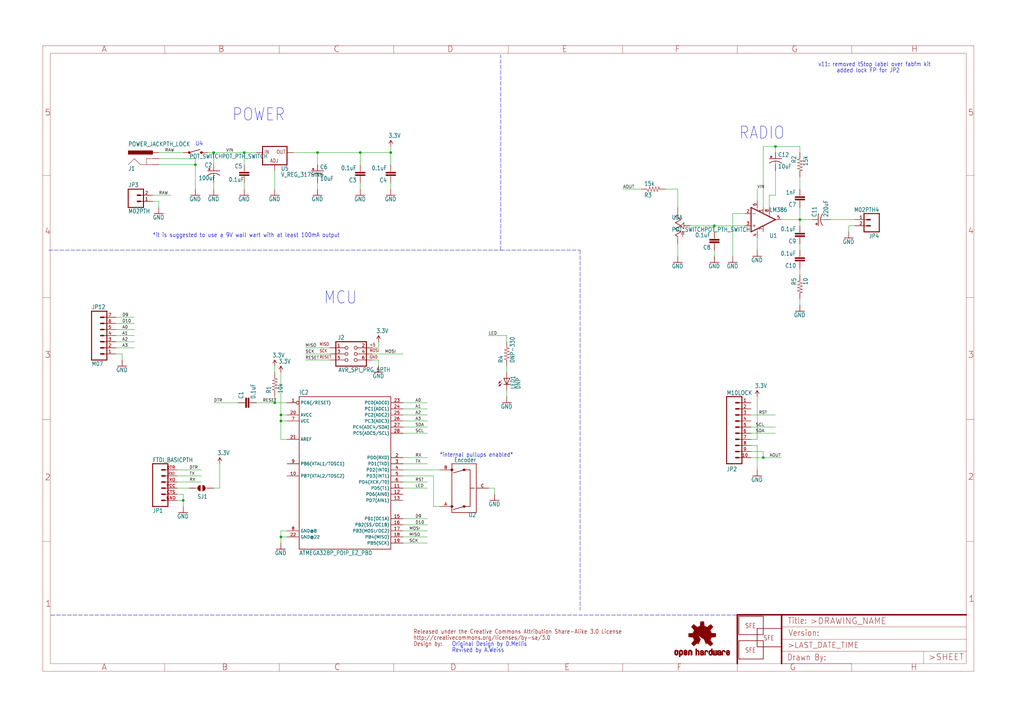
<source format=kicad_sch>
(kicad_sch (version 20211123) (generator eeschema)
  (paper "User" 425.958 300.025)
  (lib_symbols
    (symbol "schematicEagle-eagle-import:3.3V" (power)
      (property "Value" "3.3V" (at -1.016 3.556 0))
      (symbol "3.3V_1_0"
        (pin power_in line (at 0 0 90) (length 2.54) (name "3.3V") (number "1"))
      )
    )
    (symbol "schematicEagle-eagle-import:ATMEGA328P_PDIP_EZ_PB0"
      (property "Reference" "U" (at -17.78 31.242 0))
      (property "Value" "ATMEGA328P_PDIP_EZ_PB0" (at -17.78 -35.56 0))
      (symbol "ATMEGA328P_PDIP_EZ_PB0_1_0"
        (pin bidirectional inverted (at -22.86 27.94 0) (length 5.08) (name "PC6(/RESET)") (number "1"))
        (pin bidirectional line (at -22.86 -2.54 0) (length 5.08) (name "PB7(XTAL2/TOSC2)") (number "10"))
        (pin bidirectional line (at 25.4 -7.62 180) (length 5.08) (name "PD5(T1)") (number "11"))
        (pin bidirectional line (at 25.4 -10.16 180) (length 5.08) (name "PD6(AIN0)") (number "12"))
        (pin bidirectional line (at 25.4 -12.7 180) (length 5.08) (name "PD7(AIN1)") (number "13"))
        (pin bidirectional line (at 25.4 -20.32 180) (length 5.08) (name "PB1(OC1A)") (number "15"))
        (pin bidirectional line (at 25.4 -22.86 180) (length 5.08) (name "PB2(SS/OC1B)") (number "16"))
        (pin bidirectional line (at 25.4 -25.4 180) (length 5.08) (name "PB3(MOSI/OC2)") (number "17"))
        (pin bidirectional line (at 25.4 -27.94 180) (length 5.08) (name "PB4(MISO)") (number "18"))
        (pin bidirectional line (at 25.4 -30.48 180) (length 5.08) (name "PB5(SCK)") (number "19"))
        (pin bidirectional line (at 25.4 5.08 180) (length 5.08) (name "PD0(RXD)") (number "2"))
        (pin bidirectional line (at -22.86 22.86 0) (length 5.08) (name "AVCC") (number "20"))
        (pin bidirectional line (at -22.86 12.7 0) (length 5.08) (name "AREF") (number "21"))
        (pin bidirectional line (at -22.86 -27.94 0) (length 5.08) (name "GND@22") (number "22"))
        (pin bidirectional line (at 25.4 27.94 180) (length 5.08) (name "PC0(ADC0)") (number "23"))
        (pin bidirectional line (at 25.4 25.4 180) (length 5.08) (name "PC1(ADC1)") (number "24"))
        (pin bidirectional line (at 25.4 22.86 180) (length 5.08) (name "PC2(ADC2)") (number "25"))
        (pin bidirectional line (at 25.4 20.32 180) (length 5.08) (name "PC3(ADC3)") (number "26"))
        (pin bidirectional line (at 25.4 17.78 180) (length 5.08) (name "PC4(ADC4/SDA)") (number "27"))
        (pin bidirectional line (at 25.4 15.24 180) (length 5.08) (name "PC5(ADC5/SCL)") (number "28"))
        (pin bidirectional line (at 25.4 2.54 180) (length 5.08) (name "PD1(TXD)") (number "3"))
        (pin bidirectional line (at 25.4 0 180) (length 5.08) (name "PD2(INT0)") (number "4"))
        (pin bidirectional line (at 25.4 -2.54 180) (length 5.08) (name "PD3(INT1)") (number "5"))
        (pin bidirectional line (at 25.4 -5.08 180) (length 5.08) (name "PD4(XCK/T0)") (number "6"))
        (pin bidirectional line (at -22.86 20.32 0) (length 5.08) (name "VCC") (number "7"))
        (pin bidirectional line (at -22.86 -25.4 0) (length 5.08) (name "GND@8") (number "8"))
        (pin bidirectional line (at -22.86 2.54 0) (length 5.08) (name "PB6(XTAL1/TOSC1)") (number "9"))
      )
    )
    (symbol "schematicEagle-eagle-import:AVR_SPI_PRG_6PTH"
      (property "Reference" "J" (at -4.318 5.842 0))
      (property "Value" "AVR_SPI_PRG_6PTH" (at -4.064 -7.62 0))
      (symbol "AVR_SPI_PRG_6PTH_1_0"
        (text "+5" (at 8.89 3.048 0) (effects (font (size 1.27 1.0795)) (justify left bottom)))
        (text "GND" (at 8.89 -2.032 0) (effects (font (size 1.27 1.0795)) (justify left bottom)))
        (text "MISO" (at -11.938 3.302 0) (effects (font (size 1.27 1.0795)) (justify left bottom)))
        (text "MOSI" (at 8.89 0.635 0) (effects (font (size 1.27 1.0795)) (justify left bottom)))
        (text "RESET" (at -11.938 -2.032 0) (effects (font (size 1.27 1.0795)) (justify left bottom)))
        (text "SCK" (at -11.938 0.508 0) (effects (font (size 1.27 1.0795)) (justify left bottom)))
        (pin passive inverted (at -7.62 2.54 0) (length 7.62) (name "1") (number "1"))
        (pin passive inverted (at 10.16 2.54 180) (length 7.62) (name "2") (number "2"))
        (pin passive inverted (at -7.62 0 0) (length 7.62) (name "3") (number "3"))
        (pin passive inverted (at 10.16 0 180) (length 7.62) (name "4") (number "4"))
        (pin passive inverted (at -7.62 -2.54 0) (length 7.62) (name "5") (number "5"))
        (pin passive inverted (at 10.16 -2.54 180) (length 7.62) (name "6") (number "6"))
      )
    )
    (symbol "schematicEagle-eagle-import:CAPKIT"
      (property "Reference" "C" (at 1.524 2.921 0))
      (property "Value" "CAPKIT" (at 1.524 -2.159 0))
      (symbol "CAPKIT_1_0"
        (pin passive line (at 0 5.08 270) (length 2.54) (name "1") (number "1"))
        (pin passive line (at 0 -2.54 90) (length 2.54) (name "2") (number "2"))
      )
    )
    (symbol "schematicEagle-eagle-import:CAP_POLPTH1"
      (property "Reference" "C" (at 1.016 0.635 0))
      (property "Value" "CAP_POLPTH1" (at 1.016 -4.191 0))
      (symbol "CAP_POLPTH1_1_0"
        (pin passive line (at 0 2.54 270) (length 2.54) (name "+") (number "1"))
        (pin passive line (at 0 -5.08 90) (length 2.54) (name "-") (number "2"))
      )
    )
    (symbol "schematicEagle-eagle-import:CAP_POLPTH2"
      (property "Reference" "C" (at 1.016 0.635 0))
      (property "Value" "CAP_POLPTH2" (at 1.016 -4.191 0))
      (symbol "CAP_POLPTH2_1_0"
        (pin passive line (at 0 2.54 270) (length 2.54) (name "+") (number "1"))
        (pin passive line (at 0 -5.08 90) (length 2.54) (name "-") (number "2"))
      )
    )
    (symbol "schematicEagle-eagle-import:CREATIVE_COMMONS"
      (symbol "CREATIVE_COMMONS_1_0"
        (text "Design by:" (at 0 0 0) (effects (font (size 1.778 1.5113)) (justify left bottom)))
        (text "http://creativecommons.org/licenses/by-sa/3.0" (at 0 2.54 0) (effects (font (size 1.778 1.5113)) (justify left bottom)))
        (text "Released under the Creative Commons Attribution Share-Alike 3.0 License" (at 0 5.08 0) (effects (font (size 1.778 1.5113)) (justify left bottom)))
      )
    )
    (symbol "schematicEagle-eagle-import:ENCODER-QUADRATURE"
      (property "Reference" "U" (at -5.08 10.16 0))
      (property "Value" "ENCODER-QUADRATURE" (at -5.08 -12.7 0))
      (symbol "ENCODER-QUADRATURE_1_0"
        (pin bidirectional line (at 10.16 7.62 180) (length 5.08) (name "A") (number "A"))
        (pin bidirectional line (at 10.16 -7.62 180) (length 5.08) (name "B") (number "B"))
        (pin bidirectional line (at -10.16 0 0) (length 5.08) (name "C") (number "C"))
      )
    )
    (symbol "schematicEagle-eagle-import:FRAME-A3"
      (symbol "FRAME-A3_1_0"
        (text "1" (at 1.016 26.67 0) (effects (font (size 2.54 2.54)) (justify left bottom)))
        (text "1" (at 385.064 28.702 0) (effects (font (size 2.54 2.54)) (justify left bottom)))
        (text "2" (at 0.762 79.248 0) (effects (font (size 2.54 2.54)) (justify left bottom)))
        (text "2" (at 384.81 79.502 0) (effects (font (size 2.54 2.54)) (justify left bottom)))
        (text "3" (at 0.762 130.302 0) (effects (font (size 2.54 2.54)) (justify left bottom)))
        (text "3" (at 384.81 130.302 0) (effects (font (size 2.54 2.54)) (justify left bottom)))
        (text "4" (at 0.762 181.61 0) (effects (font (size 2.54 2.54)) (justify left bottom)))
        (text "4" (at 384.81 181.864 0) (effects (font (size 2.54 2.54)) (justify left bottom)))
        (text "5" (at 0.762 231.14 0) (effects (font (size 2.54 2.54)) (justify left bottom)))
        (text "5" (at 384.81 231.14 0) (effects (font (size 2.54 2.54)) (justify left bottom)))
        (text ">DRAWING_NAME" (at 319.151 19.431 0) (effects (font (size 2.54 2.54)) (justify left bottom)))
        (text ">LAST_DATE_TIME" (at 309.753 9.525 0) (effects (font (size 2.286 2.286)) (justify left bottom)))
        (text ">SHEET" (at 368.3 4.445 0) (effects (font (size 2.54 2.54)) (justify left bottom)))
        (text "A" (at 24.384 0.254 0) (effects (font (size 2.54 2.54)) (justify left bottom)))
        (text "A" (at 24.384 257.556 0) (effects (font (size 2.54 2.54)) (justify left bottom)))
        (text "B" (at 72.898 257.556 0) (effects (font (size 2.54 2.54)) (justify left bottom)))
        (text "B" (at 74.422 0.254 0) (effects (font (size 2.54 2.54)) (justify left bottom)))
        (text "C" (at 120.904 257.556 0) (effects (font (size 2.54 2.54)) (justify left bottom)))
        (text "C" (at 121.158 0.254 0) (effects (font (size 2.54 2.54)) (justify left bottom)))
        (text "D" (at 168.148 257.556 0) (effects (font (size 2.54 2.54)) (justify left bottom)))
        (text "D" (at 169.418 0.254 0) (effects (font (size 2.54 2.54)) (justify left bottom)))
        (text "Drawn By:" (at 309.626 4.318 0) (effects (font (size 2.54 2.159)) (justify left bottom)))
        (text "E" (at 215.9 257.556 0) (effects (font (size 2.54 2.54)) (justify left bottom)))
        (text "E" (at 216.916 0.254 0) (effects (font (size 2.54 2.54)) (justify left bottom)))
        (text "F" (at 262.89 257.556 0) (effects (font (size 2.54 2.54)) (justify left bottom)))
        (text "F" (at 263.652 0.254 0) (effects (font (size 2.54 2.54)) (justify left bottom)))
        (text "G" (at 310.642 0.254 0) (effects (font (size 2.54 2.54)) (justify left bottom)))
        (text "G" (at 311.404 257.556 0) (effects (font (size 2.54 2.54)) (justify left bottom)))
        (text "H" (at 360.934 0.254 0) (effects (font (size 2.54 2.54)) (justify left bottom)))
        (text "H" (at 361.188 257.556 0) (effects (font (size 2.54 2.54)) (justify left bottom)))
        (text "Title:" (at 309.88 19.558 0) (effects (font (size 2.54 2.159)) (justify left bottom)))
        (text "Version:" (at 310.134 14.478 0) (effects (font (size 2.54 2.159)) (justify left bottom)))
      )
    )
    (symbol "schematicEagle-eagle-import:FTDI_BASICPTH"
      (property "Reference" "JP" (at -5.08 10.922 0))
      (property "Value" "FTDI_BASICPTH" (at -5.08 -10.16 0))
      (symbol "FTDI_BASICPTH_1_0"
        (pin passive line (at 5.08 5.08 180) (length 5.08) (name "5") (number "CTS"))
        (pin passive line (at 5.08 -5.08 180) (length 5.08) (name "1") (number "DTR"))
        (pin passive line (at 5.08 7.62 180) (length 5.08) (name "6") (number "GND"))
        (pin passive line (at 5.08 -2.54 180) (length 5.08) (name "2") (number "RXI"))
        (pin passive line (at 5.08 0 180) (length 5.08) (name "3") (number "TXO"))
        (pin passive line (at 5.08 2.54 180) (length 5.08) (name "4") (number "VCC"))
      )
    )
    (symbol "schematicEagle-eagle-import:GND" (power)
      (property "Value" "GND" (at -2.54 -2.54 0))
      (symbol "GND_1_0"
        (pin power_in line (at 0 2.54 270) (length 2.54) (name "GND") (number "1"))
      )
    )
    (symbol "schematicEagle-eagle-import:LED3MM"
      (property "Reference" "LED" (at 3.556 -4.572 90))
      (property "Value" "LED3MM" (at 5.715 -4.572 90))
      (symbol "LED3MM_1_0"
        (pin passive line (at 0 2.54 270) (length 2.54) (name "A") (number "A"))
        (pin passive line (at 0 -5.08 90) (length 2.54) (name "C") (number "K"))
      )
    )
    (symbol "schematicEagle-eagle-import:LM386"
      (property "Reference" "U" (at 5.08 -5.715 0))
      (property "Value" "LM386" (at 5.08 5.08 0))
      (symbol "LM386_1_0"
        (pin bidirectional line (at 2.54 5.08 270) (length 2.54) (name "GAIN@1") (number "1"))
        (pin input line (at -5.08 2.54 0) (length 2.54) (name "-IN") (number "2"))
        (pin input line (at -5.08 -2.54 0) (length 2.54) (name "+IN") (number "3"))
        (pin power_in line (at 0 -7.62 90) (length 2.54) (name "V-") (number "4"))
        (pin output line (at 10.16 0 180) (length 2.54) (name "OUT") (number "5"))
        (pin power_in line (at 0 7.62 270) (length 2.54) (name "V+") (number "6"))
        (pin bidirectional line (at 2.54 -5.08 90) (length 2.54) (name "BP") (number "7"))
        (pin bidirectional line (at 5.08 5.08 270) (length 2.54) (name "GAIN@8") (number "8"))
      )
    )
    (symbol "schematicEagle-eagle-import:LOGO-SFENEW"
      (symbol "LOGO-SFENEW_1_0"
        (text "SFE" (at 0 0 0) (effects (font (size 1.9304 1.6408)) (justify left bottom)))
      )
    )
    (symbol "schematicEagle-eagle-import:LOGO-SFESK"
      (symbol "LOGO-SFESK_1_0"
        (text "SFE" (at 0 0 0) (effects (font (size 1.9304 1.6408)) (justify left bottom)))
      )
    )
    (symbol "schematicEagle-eagle-import:M02PTH"
      (property "Reference" "JP" (at -2.54 5.842 0))
      (property "Value" "M02PTH" (at -2.54 -5.08 0))
      (symbol "M02PTH_1_0"
        (pin passive line (at 7.62 0 180) (length 5.08) (name "1") (number "1"))
        (pin passive line (at 7.62 2.54 180) (length 5.08) (name "2") (number "2"))
      )
    )
    (symbol "schematicEagle-eagle-import:M02PTH4"
      (property "Reference" "JP" (at -2.54 5.842 0))
      (property "Value" "M02PTH4" (at -2.54 -5.08 0))
      (symbol "M02PTH4_1_0"
        (pin passive line (at 7.62 0 180) (length 5.08) (name "1") (number "1"))
        (pin passive line (at 7.62 2.54 180) (length 5.08) (name "2") (number "2"))
      )
    )
    (symbol "schematicEagle-eagle-import:M07"
      (property "Reference" "JP" (at -5.08 13.462 0))
      (property "Value" "M07" (at -5.08 -10.16 0))
      (symbol "M07_1_0"
        (pin passive line (at 5.08 -5.08 180) (length 5.08) (name "1") (number "1"))
        (pin passive line (at 5.08 -2.54 180) (length 5.08) (name "2") (number "2"))
        (pin passive line (at 5.08 0 180) (length 5.08) (name "3") (number "3"))
        (pin passive line (at 5.08 2.54 180) (length 5.08) (name "4") (number "4"))
        (pin passive line (at 5.08 5.08 180) (length 5.08) (name "5") (number "5"))
        (pin passive line (at 5.08 7.62 180) (length 5.08) (name "6") (number "6"))
        (pin passive line (at 5.08 10.16 180) (length 5.08) (name "7") (number "7"))
      )
    )
    (symbol "schematicEagle-eagle-import:M10LOCK"
      (property "Reference" "JP" (at 0 8.89 0))
      (property "Value" "M10LOCK" (at 0 -22.86 0))
      (symbol "M10LOCK_1_0"
        (pin passive line (at 10.16 -17.78 180) (length 5.08) (name "1") (number "1"))
        (pin passive line (at 10.16 5.08 180) (length 5.08) (name "10") (number "10"))
        (pin passive line (at 10.16 -15.24 180) (length 5.08) (name "2") (number "2"))
        (pin passive line (at 10.16 -12.7 180) (length 5.08) (name "3") (number "3"))
        (pin passive line (at 10.16 -10.16 180) (length 5.08) (name "4") (number "4"))
        (pin passive line (at 10.16 -7.62 180) (length 5.08) (name "5") (number "5"))
        (pin passive line (at 10.16 -5.08 180) (length 5.08) (name "6") (number "6"))
        (pin passive line (at 10.16 -2.54 180) (length 5.08) (name "7") (number "7"))
        (pin passive line (at 10.16 0 180) (length 5.08) (name "8") (number "8"))
        (pin passive line (at 10.16 2.54 180) (length 5.08) (name "9") (number "9"))
      )
    )
    (symbol "schematicEagle-eagle-import:OSHW-LOGOS")
    (symbol "schematicEagle-eagle-import:POT_SWITCHPOT_PTH_SWITCH"
      (property "Reference" "U" (at -2.54 2.54 0))
      (property "Value" "POT_SWITCHPOT_PTH_SWITCH" (at -2.54 -2.54 0))
      (symbol "POT_SWITCHPOT_PTH_SWITCH_1_0"
        (pin passive line (at 0 -7.62 90) (length 2.54) (name "A") (number "1"))
        (pin passive line (at 5.08 0 180) (length 2.54) (name "S") (number "2"))
        (pin passive line (at 0 7.62 270) (length 2.54) (name "E") (number "3"))
      )
      (symbol "POT_SWITCHPOT_PTH_SWITCH_2_0"
        (pin passive line (at -5.08 0 0) (length 2.54) (name "1") (number "S1"))
        (pin passive line (at 5.08 0 180) (length 2.54) (name "2") (number "S2"))
      )
    )
    (symbol "schematicEagle-eagle-import:POWER_JACKPTH_LOCK"
      (property "Reference" "J" (at -10.16 0 0))
      (property "Value" "POWER_JACKPTH_LOCK" (at -10.16 10.16 0))
      (symbol "POWER_JACKPTH_LOCK_1_0"
        (pin bidirectional line (at 2.54 2.54 180) (length 2.54) (name "GND") (number "GND"))
        (pin bidirectional line (at 2.54 5.08 180) (length 2.54) (name "GNDBREAK") (number "GNDBREAK"))
        (pin bidirectional line (at 2.54 7.62 180) (length 2.54) (name "PWR") (number "PWR"))
      )
    )
    (symbol "schematicEagle-eagle-import:RESISTORPTH-1{slash}4W"
      (property "Reference" "R" (at -3.81 1.4986 0))
      (property "Value" "RESISTORPTH-1{slash}4W" (at -3.81 -3.302 0))
      (symbol "RESISTORPTH-1{slash}4W_1_0"
        (pin passive line (at -5.08 0 0) (length 2.54) (name "1") (number "P$1"))
        (pin passive line (at 5.08 0 180) (length 2.54) (name "2") (number "P$2"))
      )
    )
    (symbol "schematicEagle-eagle-import:SOLDERJUMPERNO"
      (property "Reference" "SJ" (at -2.54 2.54 0))
      (property "Value" "SOLDERJUMPERNO" (at -2.54 -5.08 0))
      (symbol "SOLDERJUMPERNO_1_0"
        (pin passive line (at -5.08 0 0) (length 2.54) (name "1") (number "1"))
        (pin passive line (at 5.08 0 180) (length 2.54) (name "2") (number "2"))
      )
    )
    (symbol "schematicEagle-eagle-import:V_REG_317SINK"
      (property "Reference" "U" (at 2.54 -7.62 0))
      (property "Value" "V_REG_317SINK" (at 2.54 -10.16 0))
      (symbol "V_REG_317SINK_1_0"
        (text "ADJ" (at -2.032 -4.318 0) (effects (font (size 1.524 1.2954)) (justify left bottom)))
        (text "IN" (at -4.445 -0.635 0) (effects (font (size 1.524 1.2954)) (justify left bottom)))
        (text "OUT" (at 0.635 -0.635 0) (effects (font (size 1.524 1.2954)) (justify left bottom)))
        (pin input line (at 0 -7.62 90) (length 2.54) (name "ADJ") (number "ADJ"))
        (pin input line (at -7.62 0 0) (length 2.54) (name "IN") (number "IN"))
        (pin output line (at 7.62 0 180) (length 2.54) (name "OUT") (number "OUT"))
      )
    )
  )
  (junction (at 132.08 63.5))
  (junction (at 81.28 68.58))
  (junction (at 116.84 223.52))
  (junction (at 332.74 91.44))
  (junction (at 116.84 175.26))
  (junction (at 116.84 172.72))
  (junction (at 88.9 63.5))
  (junction (at 76.2 208.28))
  (junction (at 101.6 63.5))
  (junction (at 149.86 63.5))
  (junction (at 162.56 63.5))
  (junction (at 317.5 190.5))
  (junction (at 297.18 93.98))
  (junction (at 114.3 167.64))
  (junction (at 322.58 60.96))
  (wire (pts (xy 312.42 172.72) (xy 322.58 172.72)))
  (wire (pts (xy 309.88 88.9) (xy 304.8 88.9)))
  (wire (pts (xy 149.86 76.2) (xy 149.86 78.74)))
  (wire (pts (xy 48.26 134.62) (xy 55.88 134.62)))
  (wire (pts (xy 114.3 154.94) (xy 114.3 152.4)))
  (wire (pts (xy 317.5 190.5) (xy 325.12 190.5)))
  (polyline (pts (xy 20.32 104.14) (xy 208.28 104.14)))
  (wire (pts (xy 266.7 78.74) (xy 259.08 78.74)))
  (wire (pts (xy 119.38 182.88) (xy 116.84 182.88)))
  (wire (pts (xy 48.26 132.08) (xy 55.88 132.08)))
  (wire (pts (xy 149.86 63.5) (xy 162.56 63.5)))
  (wire (pts (xy 48.26 139.7) (xy 55.88 139.7)))
  (wire (pts (xy 119.38 223.52) (xy 116.84 223.52)))
  (wire (pts (xy 167.64 190.5) (xy 177.8 190.5)))
  (wire (pts (xy 73.66 200.66) (xy 83.82 200.66)))
  (wire (pts (xy 167.64 220.98) (xy 177.8 220.98)))
  (wire (pts (xy 205.74 203.2) (xy 205.74 205.74)))
  (wire (pts (xy 63.5 81.28) (xy 71.12 81.28)))
  (wire (pts (xy 167.64 195.58) (xy 182.88 195.58)))
  (wire (pts (xy 66.04 66.04) (xy 81.28 66.04)))
  (wire (pts (xy 322.58 60.96) (xy 332.74 60.96)))
  (wire (pts (xy 116.84 172.72) (xy 116.84 154.94)))
  (wire (pts (xy 320.04 86.36) (xy 320.04 81.28)))
  (wire (pts (xy 66.04 83.82) (xy 66.04 86.36)))
  (wire (pts (xy 167.64 172.72) (xy 177.8 172.72)))
  (wire (pts (xy 167.64 203.2) (xy 177.8 203.2)))
  (wire (pts (xy 332.74 101.6) (xy 332.74 104.14)))
  (wire (pts (xy 167.64 177.8) (xy 177.8 177.8)))
  (wire (pts (xy 81.28 68.58) (xy 81.28 78.74)))
  (wire (pts (xy 167.64 218.44) (xy 177.8 218.44)))
  (wire (pts (xy 322.58 71.12) (xy 322.58 81.28)))
  (wire (pts (xy 203.2 203.2) (xy 205.74 203.2)))
  (wire (pts (xy 322.58 177.8) (xy 312.42 177.8)))
  (polyline (pts (xy 241.3 104.14) (xy 241.3 254)))
  (wire (pts (xy 167.64 175.26) (xy 177.8 175.26)))
  (wire (pts (xy 281.94 106.68) (xy 281.94 101.6)))
  (wire (pts (xy 73.66 198.12) (xy 83.82 198.12)))
  (wire (pts (xy 167.64 193.04) (xy 177.8 193.04)))
  (wire (pts (xy 137.16 149.86) (xy 127 149.86)))
  (polyline (pts (xy 208.28 104.14) (xy 241.3 104.14)))
  (wire (pts (xy 132.08 76.2) (xy 132.08 78.74)))
  (wire (pts (xy 317.5 60.96) (xy 322.58 60.96)))
  (wire (pts (xy 180.34 210.82) (xy 180.34 198.12)))
  (wire (pts (xy 116.84 175.26) (xy 116.84 172.72)))
  (polyline (pts (xy 21.336 256.032) (xy 21.336 256.286)))
  (wire (pts (xy 325.12 91.44) (xy 332.74 91.44)))
  (wire (pts (xy 73.66 208.28) (xy 76.2 208.28)))
  (wire (pts (xy 119.38 175.26) (xy 116.84 175.26)))
  (wire (pts (xy 281.94 78.74) (xy 281.94 86.36)))
  (wire (pts (xy 114.3 167.64) (xy 119.38 167.64)))
  (wire (pts (xy 76.2 205.74) (xy 76.2 208.28)))
  (wire (pts (xy 314.96 83.82) (xy 314.96 78.74)))
  (wire (pts (xy 332.74 91.44) (xy 332.74 93.98)))
  (wire (pts (xy 210.82 154.94) (xy 210.82 152.4)))
  (wire (pts (xy 88.9 78.74) (xy 88.9 76.2)))
  (wire (pts (xy 101.6 63.5) (xy 106.68 63.5)))
  (wire (pts (xy 353.06 93.98) (xy 353.06 96.52)))
  (wire (pts (xy 48.26 144.78) (xy 55.88 144.78)))
  (wire (pts (xy 137.16 144.78) (xy 127 144.78)))
  (wire (pts (xy 309.88 93.98) (xy 297.18 93.98)))
  (wire (pts (xy 332.74 111.76) (xy 332.74 114.3)))
  (wire (pts (xy 332.74 91.44) (xy 332.74 86.36)))
  (wire (pts (xy 297.18 93.98) (xy 287.02 93.98)))
  (wire (pts (xy 132.08 63.5) (xy 149.86 63.5)))
  (wire (pts (xy 312.42 182.88) (xy 314.96 182.88)))
  (wire (pts (xy 210.82 142.24) (xy 210.82 139.7)))
  (wire (pts (xy 276.86 78.74) (xy 281.94 78.74)))
  (wire (pts (xy 114.3 78.74) (xy 114.3 71.12)))
  (wire (pts (xy 162.56 63.5) (xy 162.56 68.58)))
  (wire (pts (xy 99.06 167.64) (xy 88.9 167.64)))
  (wire (pts (xy 73.66 203.2) (xy 78.74 203.2)))
  (wire (pts (xy 88.9 63.5) (xy 101.6 63.5)))
  (wire (pts (xy 116.84 223.52) (xy 116.84 226.06)))
  (wire (pts (xy 73.66 205.74) (xy 76.2 205.74)))
  (wire (pts (xy 317.5 187.96) (xy 317.5 190.5)))
  (wire (pts (xy 88.9 63.5) (xy 88.9 68.58)))
  (wire (pts (xy 91.44 193.04) (xy 91.44 203.2)))
  (wire (pts (xy 154.94 144.78) (xy 157.48 144.78)))
  (wire (pts (xy 154.94 149.86) (xy 157.48 149.86)))
  (wire (pts (xy 322.58 180.34) (xy 312.42 180.34)))
  (wire (pts (xy 332.74 60.96) (xy 332.74 63.5)))
  (wire (pts (xy 88.9 203.2) (xy 91.44 203.2)))
  (wire (pts (xy 119.38 172.72) (xy 116.84 172.72)))
  (wire (pts (xy 167.64 200.66) (xy 177.8 200.66)))
  (wire (pts (xy 332.74 127) (xy 332.74 124.46)))
  (wire (pts (xy 317.5 60.96) (xy 317.5 86.36)))
  (wire (pts (xy 297.18 106.68) (xy 297.18 104.14)))
  (wire (pts (xy 210.82 165.1) (xy 210.82 162.56)))
  (wire (pts (xy 101.6 63.5) (xy 101.6 68.58)))
  (wire (pts (xy 119.38 220.98) (xy 116.84 220.98)))
  (wire (pts (xy 48.26 142.24) (xy 55.88 142.24)))
  (wire (pts (xy 137.16 147.32) (xy 127 147.32)))
  (wire (pts (xy 167.64 170.18) (xy 177.8 170.18)))
  (wire (pts (xy 116.84 220.98) (xy 116.84 223.52)))
  (wire (pts (xy 355.6 93.98) (xy 353.06 93.98)))
  (wire (pts (xy 167.64 167.64) (xy 177.8 167.64)))
  (wire (pts (xy 149.86 68.58) (xy 149.86 63.5)))
  (wire (pts (xy 66.04 63.5) (xy 76.2 63.5)))
  (wire (pts (xy 114.3 165.1) (xy 114.3 167.64)))
  (wire (pts (xy 81.28 66.04) (xy 81.28 68.58)))
  (wire (pts (xy 162.56 76.2) (xy 162.56 78.74)))
  (wire (pts (xy 322.58 81.28) (xy 320.04 81.28)))
  (wire (pts (xy 50.8 147.32) (xy 50.8 149.86)))
  (wire (pts (xy 66.04 68.58) (xy 81.28 68.58)))
  (polyline (pts (xy 306.324 256.032) (xy 21.336 256.032)))
  (wire (pts (xy 48.26 137.16) (xy 55.88 137.16)))
  (wire (pts (xy 106.68 167.64) (xy 114.3 167.64)))
  (wire (pts (xy 121.92 63.5) (xy 132.08 63.5)))
  (wire (pts (xy 167.64 180.34) (xy 177.8 180.34)))
  (wire (pts (xy 210.82 139.7) (xy 203.2 139.7)))
  (wire (pts (xy 132.08 68.58) (xy 132.08 63.5)))
  (wire (pts (xy 101.6 78.74) (xy 101.6 76.2)))
  (wire (pts (xy 76.2 208.28) (xy 76.2 210.82)))
  (wire (pts (xy 73.66 195.58) (xy 83.82 195.58)))
  (wire (pts (xy 167.64 198.12) (xy 180.34 198.12)))
  (wire (pts (xy 312.42 187.96) (xy 317.5 187.96)))
  (wire (pts (xy 332.74 91.44) (xy 337.82 91.44)))
  (wire (pts (xy 167.64 215.9) (xy 177.8 215.9)))
  (wire (pts (xy 48.26 147.32) (xy 50.8 147.32)))
  (wire (pts (xy 63.5 83.82) (xy 66.04 83.82)))
  (wire (pts (xy 322.58 60.96) (xy 322.58 63.5)))
  (wire (pts (xy 314.96 182.88) (xy 314.96 165.1)))
  (wire (pts (xy 157.48 144.78) (xy 157.48 142.24)))
  (wire (pts (xy 314.96 104.14) (xy 314.96 99.06)))
  (wire (pts (xy 167.64 223.52) (xy 177.8 223.52)))
  (wire (pts (xy 116.84 182.88) (xy 116.84 175.26)))
  (wire (pts (xy 154.94 147.32) (xy 167.64 147.32)))
  (wire (pts (xy 297.18 96.52) (xy 297.18 93.98)))
  (polyline (pts (xy 208.28 104.14) (xy 208.28 22.86)))
  (wire (pts (xy 332.74 73.66) (xy 332.74 78.74)))
  (wire (pts (xy 345.44 91.44) (xy 355.6 91.44)))
  (wire (pts (xy 180.34 210.82) (xy 182.88 210.82)))
  (wire (pts (xy 312.42 185.42) (xy 314.96 185.42)))
  (wire (pts (xy 167.64 226.06) (xy 177.8 226.06)))
  (wire (pts (xy 314.96 185.42) (xy 314.96 195.58)))
  (wire (pts (xy 157.48 149.86) (xy 157.48 152.4)))
  (wire (pts (xy 162.56 63.5) (xy 162.56 60.96)))
  (wire (pts (xy 304.8 88.9) (xy 304.8 106.68)))
  (wire (pts (xy 312.42 190.5) (xy 317.5 190.5)))
  (wire (pts (xy 88.9 63.5) (xy 86.36 63.5)))
  (text "Revised by A.Weiss" (at 187.96 271.78 180) (effects (font (size 1.778 1.5113)) (justify left bottom)))
  (text "added lock FP for JP2" (at 347.98 30.48 180) (effects (font (size 1.778 1.5113)) (justify left bottom)))
  (text "MCU" (at 134.62 127 180) (effects (font (size 5.08 4.318)) (justify left bottom)))
  (text "*internal pullups enabled*" (at 182.88 190.5 180) (effects (font (size 1.778 1.5113)) (justify left bottom)))
  (text "U4" (at 81.28 60.96 180) (effects (font (size 1.778 1.5113)) (justify left bottom)))
  (text "RADIO" (at 307.34 58.42 180) (effects (font (size 5.08 4.318)) (justify left bottom)))
  (text "Original Design by D.Mellis" (at 187.96 269.24 180) (effects (font (size 1.778 1.5113)) (justify left bottom)))
  (text "POWER" (at 96.52 50.8 180) (effects (font (size 5.08 4.318)) (justify left bottom)))
  (text "v11: removed tStop label over fabfm kit" (at 340.36 27.94 180) (effects (font (size 1.778 1.5113)) (justify left bottom)))
  (text "*it is suggested to use a 9V wall wart with at least 100mA output" (at 63.5 99.06 0) (effects (font (size 1.778 1.5113)) (justify left bottom)))
  (label "D9" (at 50.8 132.08 0) (effects (font (size 1.2446 1.2446))))
  (label "SCL" (at 314.325 177.8 0) (effects (font (size 1.2446 1.2446))))
  (label "D10" (at 172.72 218.44 0) (effects (font (size 1.2446 1.2446))))
  (label "A3" (at 50.8 144.78 0) (effects (font (size 1.2446 1.2446))))
  (label "RST" (at 315.595 172.72 0) (effects (font (size 1.2446 1.2446))))
  (label "RX" (at 172.72 190.5 0) (effects (font (size 1.2446 1.2446))))
  (label "A0" (at 172.72 167.64 0) (effects (font (size 1.2446 1.2446))))
  (label "RX" (at 78.74 200.66 0) (effects (font (size 1.2446 1.2446))))
  (label "RAW" (at 68.58 63.5 0) (effects (font (size 1.2446 1.2446))))
  (label "D9" (at 172.72 215.9 0) (effects (font (size 1.2446 1.2446))))
  (label "SCK" (at 170.18 226.06 0) (effects (font (size 1.2446 1.2446))))
  (label "RESET" (at 127 149.86 0) (effects (font (size 1.2446 1.2446))))
  (label "AOUT" (at 320.04 190.5 0) (effects (font (size 1.2446 1.2446))))
  (label "VIN" (at 93.98 63.5 0) (effects (font (size 1.2446 1.2446))))
  (label "MOSI" (at 170.18 220.98 0) (effects (font (size 1.2446 1.2446))))
  (label "AOUT" (at 259.08 78.74 0) (effects (font (size 1.2446 1.2446))))
  (label "RST" (at 172.72 200.66 0) (effects (font (size 1.2446 1.2446))))
  (label "MOSI" (at 160.02 147.32 0) (effects (font (size 1.2446 1.2446))))
  (label "A0" (at 50.8 137.16 0) (effects (font (size 1.2446 1.2446))))
  (label "SCL" (at 172.72 180.34 0) (effects (font (size 1.2446 1.2446))))
  (label "TX" (at 78.74 198.12 0) (effects (font (size 1.2446 1.2446))))
  (label "VIN" (at 314.96 78.74 0) (effects (font (size 1.2446 1.2446))))
  (label "A2" (at 50.8 142.24 0) (effects (font (size 1.2446 1.2446))))
  (label "D10" (at 50.8 134.62 0) (effects (font (size 1.2446 1.2446))))
  (label "SDA" (at 172.72 177.8 0) (effects (font (size 1.2446 1.2446))))
  (label "A2" (at 172.72 172.72 0) (effects (font (size 1.2446 1.2446))))
  (label "LED" (at 203.2 139.7 0) (effects (font (size 1.2446 1.2446))))
  (label "LED" (at 172.72 203.2 0) (effects (font (size 1.2446 1.2446))))
  (label "MISO" (at 127 144.78 0) (effects (font (size 1.2446 1.2446))))
  (label "SDA" (at 314.325 180.34 0) (effects (font (size 1.2446 1.2446))))
  (label "RESET" (at 109.22 167.64 0) (effects (font (size 1.2446 1.2446))))
  (label "A1" (at 50.8 139.7 0) (effects (font (size 1.2446 1.2446))))
  (label "DTR" (at 88.9 167.64 0) (effects (font (size 1.2446 1.2446))))
  (label "RAW" (at 66.04 81.28 0) (effects (font (size 1.2446 1.2446))))
  (label "MISO" (at 170.18 223.52 0) (effects (font (size 1.2446 1.2446))))
  (label "TX" (at 172.72 193.04 0) (effects (font (size 1.2446 1.2446))))
  (label "SCK" (at 127 147.32 0) (effects (font (size 1.2446 1.2446))))
  (label "A1" (at 172.72 170.18 0) (effects (font (size 1.2446 1.2446))))
  (label "A3" (at 172.72 175.26 0) (effects (font (size 1.2446 1.2446))))
  (label "DTR" (at 78.74 195.58 0) (effects (font (size 1.2446 1.2446))))
  (symbol (lib_id "schematicEagle-eagle-import:CAP_POLPTH2") (at 132.08 71.12 0) (unit 1)
    (property "Reference" "C6" (at 133.096 70.485 0) (effects (font (size 1.778 1.5113)) (justify left bottom)))
    (property "Value" "10uF" (at 133.096 75.311 0) (effects (font (size 1.778 1.5113)) (justify left bottom)))
    (property "Footprint" "schematicEagle:CPOL-RADIAL-10UF-25V" (effects hide))
  )
  (symbol (lib_id "schematicEagle-eagle-import:POT_SWITCHPOT_PTH_SWITCH") (at 81.28 63.5 0) (unit 2)
    (property "Reference" "U3" (effects hide))
    (property "Value" "POT_SWITCHPOT_PTH_SWITCH" (at 78.74 66.04 0) (effects (font (size 1.778 1.5113)) (justify left bottom)))
    (property "Footprint" "schematicEagle:POT_PTH_SWITCH" (effects hide))
  )
  (symbol (lib_id "schematicEagle-eagle-import:CAPKIT") (at 101.6 71.12 180) (unit 1)
    (property "Reference" "C5" (at 100.838 68.199 0) (effects (font (size 1.778 1.5113)) (justify left bottom)))
    (property "Value" "0.1uF" (at 101.6 73.787 0) (effects (font (size 1.778 1.5113)) (justify left bottom)))
    (property "Footprint" "schematicEagle:CAP-PTH-SMALL-KIT" (effects hide))
  )
  (symbol (lib_id "schematicEagle-eagle-import:GND") (at 149.86 81.28 0) (unit 1)
    (property "Reference" "#GND9" (effects hide))
    (property "Value" "GND" (at 147.32 83.82 0) (effects (font (size 1.778 1.5113)) (justify left bottom)))
    (property "Footprint" "schematicEagle:" (effects hide))
  )
  (symbol (lib_id "schematicEagle-eagle-import:AVR_SPI_PRG_6PTH") (at 144.78 147.32 0) (unit 1)
    (property "Reference" "J2" (at 140.462 141.478 0) (effects (font (size 1.778 1.5113)) (justify left bottom)))
    (property "Value" "AVR_SPI_PRG_6PTH" (at 140.716 154.94 0) (effects (font (size 1.778 1.5113)) (justify left bottom)))
    (property "Footprint" "schematicEagle:2X3" (effects hide))
  )
  (symbol (lib_id "schematicEagle-eagle-import:CAP_POLPTH2") (at 322.58 66.04 0) (unit 1)
    (property "Reference" "C12" (at 323.596 65.405 0) (effects (font (size 1.778 1.5113)) (justify left bottom)))
    (property "Value" "10uF" (at 323.596 70.231 0) (effects (font (size 1.778 1.5113)) (justify left bottom)))
    (property "Footprint" "schematicEagle:CPOL-RADIAL-10UF-25V" (effects hide))
  )
  (symbol (lib_id "schematicEagle-eagle-import:CAPKIT") (at 149.86 71.12 180) (unit 1)
    (property "Reference" "C3" (at 148.336 74.041 0) (effects (font (size 1.778 1.5113)) (justify left bottom)))
    (property "Value" "0.1uF" (at 148.336 68.961 0) (effects (font (size 1.778 1.5113)) (justify left bottom)))
    (property "Footprint" "schematicEagle:CAP-PTH-SMALL-KIT" (effects hide))
  )
  (symbol (lib_id "schematicEagle-eagle-import:CAP_POLPTH1") (at 88.9 71.12 0) (unit 1)
    (property "Reference" "C2" (at 85.09 69.723 0) (effects (font (size 1.778 1.5113)) (justify left bottom)))
    (property "Value" "100uF" (at 82.55 75.057 0) (effects (font (size 1.778 1.5113)) (justify left bottom)))
    (property "Footprint" "schematicEagle:CPOL-RADIAL-100UF-25V" (effects hide))
  )
  (symbol (lib_id "schematicEagle-eagle-import:GND") (at 116.84 228.6 0) (unit 1)
    (property "Reference" "#GND2" (effects hide))
    (property "Value" "GND" (at 114.3 231.14 0) (effects (font (size 1.778 1.5113)) (justify left bottom)))
    (property "Footprint" "schematicEagle:" (effects hide))
  )
  (symbol (lib_id "schematicEagle-eagle-import:CAPKIT") (at 104.14 167.64 90) (unit 1)
    (property "Reference" "C1" (at 101.219 166.116 0) (effects (font (size 1.778 1.5113)) (justify left bottom)))
    (property "Value" "0.1uF" (at 106.299 166.116 0) (effects (font (size 1.778 1.5113)) (justify left bottom)))
    (property "Footprint" "schematicEagle:CAP-PTH-SMALL-KIT" (effects hide))
  )
  (symbol (lib_id "schematicEagle-eagle-import:CAPKIT") (at 332.74 81.28 180) (unit 1)
    (property "Reference" "C7" (at 331.216 84.201 0) (effects (font (size 1.778 1.5113)) (justify left bottom)))
    (property "Value" "1nF" (at 331.216 79.121 0) (effects (font (size 1.778 1.5113)) (justify left bottom)))
    (property "Footprint" "schematicEagle:CAP-PTH-SMALL-KIT" (effects hide))
  )
  (symbol (lib_id "schematicEagle-eagle-import:LOGO-SFENEW") (at 309.88 261.62 0) (unit 1)
    (property "Reference" "JP9" (effects hide))
    (property "Value" "LOGO-SFENEW" (effects hide))
    (property "Footprint" "schematicEagle:SFE-NEW-WEBLOGO" (effects hide))
  )
  (symbol (lib_id "schematicEagle-eagle-import:GND") (at 332.74 129.54 0) (unit 1)
    (property "Reference" "#GND20" (effects hide))
    (property "Value" "GND" (at 330.2 132.08 0) (effects (font (size 1.778 1.5113)) (justify left bottom)))
    (property "Footprint" "schematicEagle:" (effects hide))
  )
  (symbol (lib_id "schematicEagle-eagle-import:CAPKIT") (at 332.74 106.68 180) (unit 1)
    (property "Reference" "C10" (at 331.216 109.601 0) (effects (font (size 1.778 1.5113)) (justify left bottom)))
    (property "Value" "0.1uF" (at 331.216 104.521 0) (effects (font (size 1.778 1.5113)) (justify left bottom)))
    (property "Footprint" "schematicEagle:CAP-PTH-SMALL-KIT" (effects hide))
  )
  (symbol (lib_id "schematicEagle-eagle-import:RESISTORPTH-1{slash}4W") (at 332.74 119.38 90) (mirror x) (unit 1)
    (property "Reference" "R5" (at 331.2414 115.57 0) (effects (font (size 1.778 1.5113)) (justify left bottom)))
    (property "Value" "10" (at 336.042 115.57 0) (effects (font (size 1.778 1.5113)) (justify left bottom)))
    (property "Footprint" "schematicEagle:AXIAL-0.4" (effects hide))
  )
  (symbol (lib_id "schematicEagle-eagle-import:LED3MM") (at 210.82 157.48 0) (unit 1)
    (property "Reference" "LED1" (at 214.376 162.052 90) (effects (font (size 1.778 1.5113)) (justify left bottom)))
    (property "Value" "DNP" (at 216.535 162.052 90) (effects (font (size 1.778 1.5113)) (justify left bottom)))
    (property "Footprint" "schematicEagle:LED3MM" (effects hide))
  )
  (symbol (lib_id "schematicEagle-eagle-import:GND") (at 66.04 88.9 0) (unit 1)
    (property "Reference" "#GND13" (effects hide))
    (property "Value" "GND" (at 63.5 91.44 0) (effects (font (size 1.778 1.5113)) (justify left bottom)))
    (property "Footprint" "schematicEagle:" (effects hide))
  )
  (symbol (lib_id "schematicEagle-eagle-import:CAPKIT") (at 162.56 71.12 180) (unit 1)
    (property "Reference" "C4" (at 161.036 74.041 0) (effects (font (size 1.778 1.5113)) (justify left bottom)))
    (property "Value" "0.1uF" (at 161.036 68.961 0) (effects (font (size 1.778 1.5113)) (justify left bottom)))
    (property "Footprint" "schematicEagle:CAP-PTH-SMALL-KIT" (effects hide))
  )
  (symbol (lib_id "schematicEagle-eagle-import:CAP_POLPTH1") (at 340.36 91.44 90) (unit 1)
    (property "Reference" "C11" (at 339.725 90.424 0) (effects (font (size 1.778 1.5113)) (justify left bottom)))
    (property "Value" "220uF" (at 344.551 90.424 0) (effects (font (size 1.778 1.5113)) (justify left bottom)))
    (property "Footprint" "schematicEagle:CPOL-RADIAL-100UF-25V" (effects hide))
  )
  (symbol (lib_id "schematicEagle-eagle-import:CREATIVE_COMMONS") (at 171.958 268.986 0) (unit 1)
    (property "Reference" "U$2" (effects hide))
    (property "Value" "CREATIVE_COMMONS" (effects hide))
    (property "Footprint" "schematicEagle:CREATIVE_COMMONS" (effects hide))
  )
  (symbol (lib_id "schematicEagle-eagle-import:GND") (at 314.96 106.68 0) (unit 1)
    (property "Reference" "#GND4" (effects hide))
    (property "Value" "GND" (at 312.42 109.22 0) (effects (font (size 1.778 1.5113)) (justify left bottom)))
    (property "Footprint" "schematicEagle:" (effects hide))
  )
  (symbol (lib_id "schematicEagle-eagle-import:GND") (at 314.96 198.12 0) (unit 1)
    (property "Reference" "#GND14" (effects hide))
    (property "Value" "GND" (at 312.42 200.66 0) (effects (font (size 1.778 1.5113)) (justify left bottom)))
    (property "Footprint" "schematicEagle:" (effects hide))
  )
  (symbol (lib_id "schematicEagle-eagle-import:V_REG_317SINK") (at 114.3 63.5 0) (unit 1)
    (property "Reference" "U5" (at 116.84 71.12 0) (effects (font (size 1.778 1.5113)) (justify left bottom)))
    (property "Value" "V_REG_317SINK" (at 116.84 73.66 0) (effects (font (size 1.778 1.5113)) (justify left bottom)))
    (property "Footprint" "schematicEagle:TO220-ADJ" (effects hide))
  )
  (symbol (lib_id "schematicEagle-eagle-import:M10LOCK") (at 302.26 185.42 0) (mirror x) (unit 1)
    (property "Reference" "JP2" (at 302.26 194.31 0) (effects (font (size 1.778 1.5113)) (justify left bottom)))
    (property "Value" "M10LOCK" (at 302.26 162.56 0) (effects (font (size 1.778 1.5113)) (justify left bottom)))
    (property "Footprint" "schematicEagle:1X10_LOCK" (effects hide))
  )
  (symbol (lib_id "schematicEagle-eagle-import:GND") (at 76.2 213.36 0) (unit 1)
    (property "Reference" "#GND12" (effects hide))
    (property "Value" "GND" (at 73.66 215.9 0) (effects (font (size 1.778 1.5113)) (justify left bottom)))
    (property "Footprint" "schematicEagle:" (effects hide))
  )
  (symbol (lib_id "schematicEagle-eagle-import:GND") (at 297.18 109.22 0) (unit 1)
    (property "Reference" "#GND18" (effects hide))
    (property "Value" "GND" (at 294.64 111.76 0) (effects (font (size 1.778 1.5113)) (justify left bottom)))
    (property "Footprint" "schematicEagle:" (effects hide))
  )
  (symbol (lib_id "schematicEagle-eagle-import:FTDI_BASICPTH") (at 68.58 200.66 0) (mirror x) (unit 1)
    (property "Reference" "JP1" (at 63.5 211.582 0) (effects (font (size 1.778 1.5113)) (justify left bottom)))
    (property "Value" "FTDI_BASICPTH" (at 63.5 190.5 0) (effects (font (size 1.778 1.5113)) (justify left bottom)))
    (property "Footprint" "schematicEagle:FTDI_BASIC" (effects hide))
  )
  (symbol (lib_id "schematicEagle-eagle-import:RESISTORPTH-1{slash}4W") (at 332.74 68.58 90) (mirror x) (unit 1)
    (property "Reference" "R2" (at 331.2414 64.77 0) (effects (font (size 1.778 1.5113)) (justify left bottom)))
    (property "Value" "15k" (at 336.042 64.77 0) (effects (font (size 1.778 1.5113)) (justify left bottom)))
    (property "Footprint" "schematicEagle:AXIAL-0.4" (effects hide))
  )
  (symbol (lib_id "schematicEagle-eagle-import:POWER_JACKPTH_LOCK") (at 63.5 71.12 0) (unit 1)
    (property "Reference" "J1" (at 53.34 71.12 0) (effects (font (size 1.778 1.5113)) (justify left bottom)))
    (property "Value" "POWER_JACKPTH_LOCK" (at 53.34 60.96 0) (effects (font (size 1.778 1.5113)) (justify left bottom)))
    (property "Footprint" "schematicEagle:POWER_JACK_PTH_LOCK" (effects hide))
  )
  (symbol (lib_id "schematicEagle-eagle-import:GND") (at 88.9 81.28 0) (unit 1)
    (property "Reference" "#GND7" (effects hide))
    (property "Value" "GND" (at 86.36 83.82 0) (effects (font (size 1.778 1.5113)) (justify left bottom)))
    (property "Footprint" "schematicEagle:" (effects hide))
  )
  (symbol (lib_id "schematicEagle-eagle-import:GND") (at 157.48 154.94 0) (unit 1)
    (property "Reference" "#GND1" (effects hide))
    (property "Value" "GND" (at 154.94 157.48 0) (effects (font (size 1.778 1.5113)) (justify left bottom)))
    (property "Footprint" "schematicEagle:" (effects hide))
  )
  (symbol (lib_id "schematicEagle-eagle-import:FRAME-A3") (at 17.78 279.4 0) (unit 1)
    (property "Reference" "#FRAME1" (effects hide))
    (property "Value" "FRAME-A3" (effects hide))
    (property "Footprint" "schematicEagle:" (effects hide))
  )
  (symbol (lib_id "schematicEagle-eagle-import:M02PTH") (at 55.88 83.82 0) (unit 1)
    (property "Reference" "JP3" (at 53.34 77.978 0) (effects (font (size 1.778 1.5113)) (justify left bottom)))
    (property "Value" "M02PTH" (at 53.34 88.9 0) (effects (font (size 1.778 1.5113)) (justify left bottom)))
    (property "Footprint" "schematicEagle:1X02" (effects hide))
  )
  (symbol (lib_id "schematicEagle-eagle-import:LM386") (at 314.96 91.44 0) (unit 1)
    (property "Reference" "U1" (at 320.04 97.155 0) (effects (font (size 1.778 1.5113)) (justify left top)))
    (property "Value" "LM386" (at 320.04 86.36 0) (effects (font (size 1.778 1.5113)) (justify left top)))
    (property "Footprint" "schematicEagle:DIP08" (effects hide))
  )
  (symbol (lib_id "schematicEagle-eagle-import:3.3V") (at 116.84 154.94 0) (unit 1)
    (property "Reference" "#P+4" (effects hide))
    (property "Value" "3.3V" (at 115.824 151.384 0) (effects (font (size 1.778 1.5113)) (justify left bottom)))
    (property "Footprint" "schematicEagle:" (effects hide))
  )
  (symbol (lib_id "schematicEagle-eagle-import:GND") (at 210.82 167.64 0) (unit 1)
    (property "Reference" "#GND21" (effects hide))
    (property "Value" "GND" (at 208.28 170.18 0) (effects (font (size 1.778 1.5113)) (justify left bottom)))
    (property "Footprint" "schematicEagle:" (effects hide))
  )
  (symbol (lib_id "schematicEagle-eagle-import:RESISTORPTH-1{slash}4W") (at 271.78 78.74 0) (mirror x) (unit 1)
    (property "Reference" "R3" (at 267.97 80.2386 0) (effects (font (size 1.778 1.5113)) (justify left bottom)))
    (property "Value" "15k" (at 267.97 75.438 0) (effects (font (size 1.778 1.5113)) (justify left bottom)))
    (property "Footprint" "schematicEagle:AXIAL-0.4" (effects hide))
  )
  (symbol (lib_id "schematicEagle-eagle-import:GND") (at 162.56 81.28 0) (unit 1)
    (property "Reference" "#GND10" (effects hide))
    (property "Value" "GND" (at 160.02 83.82 0) (effects (font (size 1.778 1.5113)) (justify left bottom)))
    (property "Footprint" "schematicEagle:" (effects hide))
  )
  (symbol (lib_id "schematicEagle-eagle-import:CAPKIT") (at 332.74 96.52 180) (unit 1)
    (property "Reference" "C9" (at 331.216 99.441 0) (effects (font (size 1.778 1.5113)) (justify left bottom)))
    (property "Value" "0.1uF" (at 331.216 94.361 0) (effects (font (size 1.778 1.5113)) (justify left bottom)))
    (property "Footprint" "schematicEagle:CAP-PTH-SMALL-KIT" (effects hide))
  )
  (symbol (lib_id "schematicEagle-eagle-import:3.3V") (at 162.56 60.96 0) (unit 1)
    (property "Reference" "#P+3" (effects hide))
    (property "Value" "3.3V" (at 161.544 57.404 0) (effects (font (size 1.778 1.5113)) (justify left bottom)))
    (property "Footprint" "schematicEagle:" (effects hide))
  )
  (symbol (lib_id "schematicEagle-eagle-import:GND") (at 50.8 152.4 0) (unit 1)
    (property "Reference" "#GND17" (effects hide))
    (property "Value" "GND" (at 48.26 154.94 0) (effects (font (size 1.778 1.5113)) (justify left bottom)))
    (property "Footprint" "schematicEagle:" (effects hide))
  )
  (symbol (lib_id "schematicEagle-eagle-import:3.3V") (at 314.96 165.1 0) (unit 1)
    (property "Reference" "#P+6" (effects hide))
    (property "Value" "3.3V" (at 313.944 161.544 0) (effects (font (size 1.778 1.5113)) (justify left bottom)))
    (property "Footprint" "schematicEagle:" (effects hide))
  )
  (symbol (lib_id "schematicEagle-eagle-import:POT_SWITCHPOT_PTH_SWITCH") (at 281.94 93.98 0) (unit 1)
    (property "Reference" "U3" (at 279.4 91.44 0) (effects (font (size 1.778 1.5113)) (justify left bottom)))
    (property "Value" "POT_SWITCHPOT_PTH_SWITCH" (at 279.4 96.52 0) (effects (font (size 1.778 1.5113)) (justify left bottom)))
    (property "Footprint" "schematicEagle:POT_PTH_SWITCH" (effects hide))
  )
  (symbol (lib_id "schematicEagle-eagle-import:3.3V") (at 114.3 152.4 0) (unit 1)
    (property "Reference" "#P+1" (effects hide))
    (property "Value" "3.3V" (at 113.284 148.844 0) (effects (font (size 1.778 1.5113)) (justify left bottom)))
    (property "Footprint" "schematicEagle:" (effects hide))
  )
  (symbol (lib_id "schematicEagle-eagle-import:GND") (at 304.8 109.22 0) (unit 1)
    (property "Reference" "#GND5" (effects hide))
    (property "Value" "GND" (at 302.26 111.76 0) (effects (font (size 1.778 1.5113)) (justify left bottom)))
    (property "Footprint" "schematicEagle:" (effects hide))
  )
  (symbol (lib_id "schematicEagle-eagle-import:GND") (at 114.3 81.28 0) (unit 1)
    (property "Reference" "#GND3" (effects hide))
    (property "Value" "GND" (at 111.76 83.82 0) (effects (font (size 1.778 1.5113)) (justify left bottom)))
    (property "Footprint" "schematicEagle:" (effects hide))
  )
  (symbol (lib_id "schematicEagle-eagle-import:ENCODER-QUADRATURE") (at 193.04 203.2 180) (unit 1)
    (property "Reference" "U2" (at 198.12 213.36 0) (effects (font (size 1.778 1.5113)) (justify left bottom)))
    (property "Value" "Encoder" (at 198.12 190.5 0) (effects (font (size 1.778 1.5113)) (justify left bottom)))
    (property "Footprint" "schematicEagle:ENCODER-16MM-QUAD" (effects hide))
  )
  (symbol (lib_id "schematicEagle-eagle-import:LOGO-SFENEW") (at 317.5 266.7 0) (unit 1)
    (property "Reference" "JP11" (effects hide))
    (property "Value" "LOGO-SFENEW" (effects hide))
    (property "Footprint" "schematicEagle:SFE-NEW-WEBLOGO" (effects hide))
  )
  (symbol (lib_id "schematicEagle-eagle-import:GND") (at 353.06 99.06 0) (unit 1)
    (property "Reference" "#GND19" (effects hide))
    (property "Value" "GND" (at 350.52 101.6 0) (effects (font (size 1.778 1.5113)) (justify left bottom)))
    (property "Footprint" "schematicEagle:" (effects hide))
  )
  (symbol (lib_id "schematicEagle-eagle-import:GND") (at 101.6 81.28 0) (unit 1)
    (property "Reference" "#GND6" (effects hide))
    (property "Value" "GND" (at 99.06 83.82 0) (effects (font (size 1.778 1.5113)) (justify left bottom)))
    (property "Footprint" "schematicEagle:" (effects hide))
  )
  (symbol (lib_id "schematicEagle-eagle-import:CAPKIT") (at 297.18 99.06 180) (unit 1)
    (property "Reference" "C8" (at 295.656 101.981 0) (effects (font (size 1.778 1.5113)) (justify left bottom)))
    (property "Value" "0.1uF" (at 295.656 96.901 0) (effects (font (size 1.778 1.5113)) (justify left bottom)))
    (property "Footprint" "schematicEagle:CAP-PTH-SMALL-KIT" (effects hide))
  )
  (symbol (lib_id "schematicEagle-eagle-import:GND") (at 205.74 208.28 0) (unit 1)
    (property "Reference" "#GND15" (effects hide))
    (property "Value" "GND" (at 203.2 210.82 0) (effects (font (size 1.778 1.5113)) (justify left bottom)))
    (property "Footprint" "schematicEagle:" (effects hide))
  )
  (symbol (lib_id "schematicEagle-eagle-import:GND") (at 81.28 81.28 0) (unit 1)
    (property "Reference" "#GND8" (effects hide))
    (property "Value" "GND" (at 78.74 83.82 0) (effects (font (size 1.778 1.5113)) (justify left bottom)))
    (property "Footprint" "schematicEagle:" (effects hide))
  )
  (symbol (lib_id "schematicEagle-eagle-import:RESISTORPTH-1{slash}4W") (at 114.3 160.02 90) (unit 1)
    (property "Reference" "R1" (at 112.8014 163.83 0) (effects (font (size 1.778 1.5113)) (justify left bottom)))
    (property "Value" "10k" (at 117.602 163.83 0) (effects (font (size 1.778 1.5113)) (justify left bottom)))
    (property "Footprint" "schematicEagle:AXIAL-0.4" (effects hide))
  )
  (symbol (lib_id "schematicEagle-eagle-import:M02PTH4") (at 363.22 91.44 180) (unit 1)
    (property "Reference" "JP4" (at 365.76 97.282 0) (effects (font (size 1.778 1.5113)) (justify left bottom)))
    (property "Value" "M02PTH4" (at 365.76 86.36 0) (effects (font (size 1.778 1.5113)) (justify left bottom)))
    (property "Footprint" "schematicEagle:1X02_XTRA_BIG" (effects hide))
  )
  (symbol (lib_id "schematicEagle-eagle-import:GND") (at 281.94 109.22 0) (unit 1)
    (property "Reference" "#GND16" (effects hide))
    (property "Value" "GND" (at 279.4 111.76 0) (effects (font (size 1.778 1.5113)) (justify left bottom)))
    (property "Footprint" "schematicEagle:" (effects hide))
  )
  (symbol (lib_id "schematicEagle-eagle-import:RESISTORPTH-1{slash}4W") (at 210.82 147.32 90) (unit 1)
    (property "Reference" "R4" (at 209.3214 151.13 0) (effects (font (size 1.778 1.5113)) (justify left bottom)))
    (property "Value" "DNP-330" (at 214.122 151.13 0) (effects (font (size 1.778 1.5113)) (justify left bottom)))
    (property "Footprint" "schematicEagle:AXIAL-0.4" (effects hide))
  )
  (symbol (lib_id "schematicEagle-eagle-import:LOGO-SFESK") (at 309.88 271.78 0) (unit 1)
    (property "Reference" "JP8" (effects hide))
    (property "Value" "LOGO-SFESK" (effects hide))
    (property "Footprint" "schematicEagle:SFE-LOGO-FLAME" (effects hide))
  )
  (symbol (lib_id "schematicEagle-eagle-import:3.3V") (at 157.48 142.24 0) (unit 1)
    (property "Reference" "#P+2" (effects hide))
    (property "Value" "3.3V" (at 156.464 138.684 0) (effects (font (size 1.778 1.5113)) (justify left bottom)))
    (property "Footprint" "schematicEagle:" (effects hide))
  )
  (symbol (lib_id "schematicEagle-eagle-import:ATMEGA328P_PDIP_EZ_PB0") (at 142.24 195.58 0) (unit 1)
    (property "Reference" "IC2" (at 124.46 164.338 0) (effects (font (size 1.778 1.5113)) (justify left bottom)))
    (property "Value" "ATMEGA328P_PDIP_EZ_PB0" (at 124.46 231.14 0) (effects (font (size 1.778 1.5113)) (justify left bottom)))
    (property "Footprint" "schematicEagle:DIL28-EZ-PB0" (effects hide))
  )
  (symbol (lib_id "schematicEagle-eagle-import:M07") (at 43.18 142.24 0) (unit 1)
    (property "Reference" "JP12" (at 38.1 128.778 0) (effects (font (size 1.778 1.5113)) (justify left bottom)))
    (property "Value" "M07" (at 38.1 152.4 0) (effects (font (size 1.778 1.5113)) (justify left bottom)))
    (property "Footprint" "schematicEagle:1X07" (effects hide))
  )
  (symbol (lib_id "schematicEagle-eagle-import:GND") (at 132.08 81.28 0) (unit 1)
    (property "Reference" "#GND11" (effects hide))
    (property "Value" "GND" (at 129.54 83.82 0) (effects (font (size 1.778 1.5113)) (justify left bottom)))
    (property "Footprint" "schematicEagle:" (effects hide))
  )
  (symbol (lib_id "schematicEagle-eagle-import:OSHW-LOGOS") (at 292.1 264.414 0) (unit 1)
    (property "Reference" "U$1" (effects hide))
    (property "Value" "OSHW-LOGOS" (effects hide))
    (property "Footprint" "schematicEagle:OSHW-LOGO-S" (effects hide))
  )
  (symbol (lib_id "schematicEagle-eagle-import:SOLDERJUMPERNO") (at 83.82 203.2 180) (unit 1)
    (property "Reference" "SJ1" (at 86.36 205.74 0) (effects (font (size 1.778 1.5113)) (justify left bottom)))
    (property "Value" "SOLDERJUMPERNO" (effects hide))
    (property "Footprint" "schematicEagle:SJ_2S-NO" (effects hide))
  )
  (symbol (lib_id "schematicEagle-eagle-import:3.3V") (at 91.44 193.04 0) (unit 1)
    (property "Reference" "#P+5" (effects hide))
    (property "Value" "3.3V" (at 90.424 189.484 0) (effects (font (size 1.778 1.5113)) (justify left bottom)))
    (property "Footprint" "schematicEagle:" (effects hide))
  )
)
</source>
